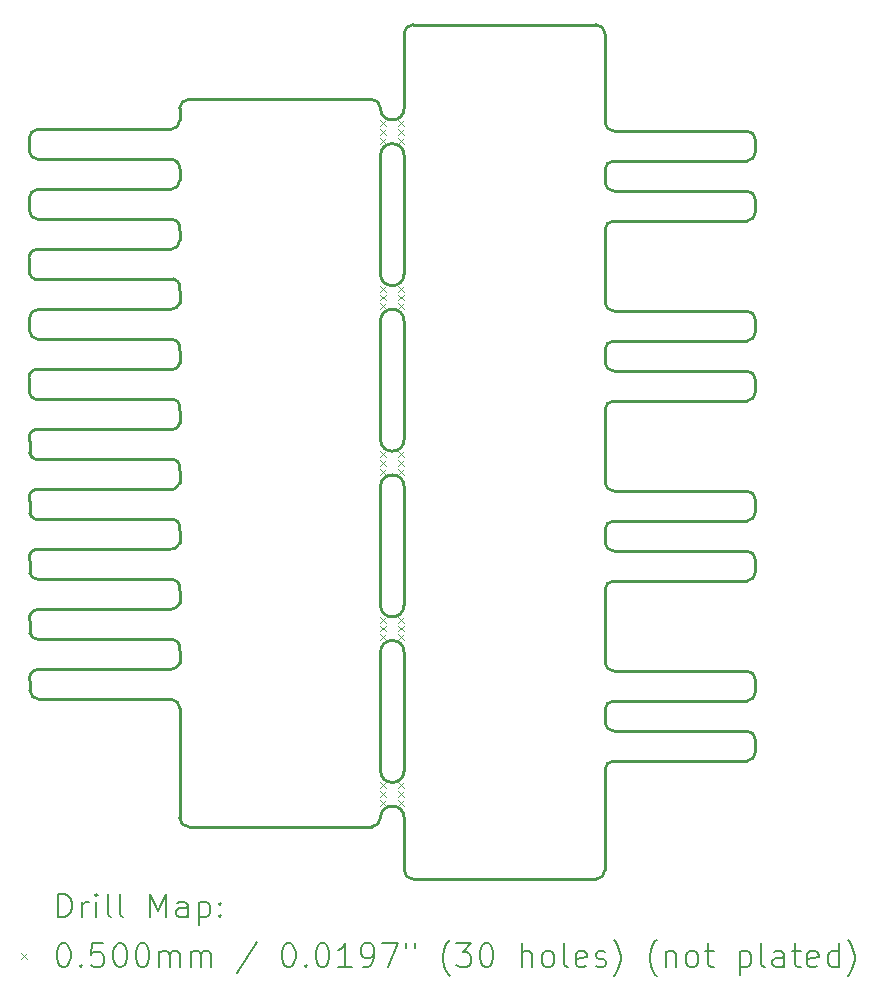
<source format=gbr>
%TF.GenerationSoftware,KiCad,Pcbnew,7.0.10*%
%TF.CreationDate,2024-07-22T21:05:39-04:00*%
%TF.ProjectId,12.X.1 - PLC Connector Combined,31322e58-2e31-4202-9d20-504c4320436f,rev?*%
%TF.SameCoordinates,Original*%
%TF.FileFunction,Drillmap*%
%TF.FilePolarity,Positive*%
%FSLAX45Y45*%
G04 Gerber Fmt 4.5, Leading zero omitted, Abs format (unit mm)*
G04 Created by KiCad (PCBNEW 7.0.10) date 2024-07-22 21:05:39*
%MOMM*%
%LPD*%
G01*
G04 APERTURE LIST*
%ADD10C,0.250000*%
%ADD11C,0.200000*%
%ADD12C,0.100000*%
G04 APERTURE END LIST*
D10*
X12005000Y-12184301D02*
X13130000Y-12184301D01*
X13205000Y-12259301D02*
G75*
G03*
X13130000Y-12184301I-75000J0D01*
G01*
X13205000Y-12259301D02*
X13205000Y-12363301D01*
X13130000Y-12438301D02*
G75*
G03*
X13205000Y-12363301I0J75000D01*
G01*
X13130000Y-12438301D02*
X12005000Y-12438301D01*
X12005000Y-12438301D02*
G75*
G03*
X11930000Y-12513301I0J-75000D01*
G01*
X11930000Y-12513301D02*
X11930000Y-13363301D01*
X11855000Y-13438301D02*
G75*
G03*
X11930000Y-13363301I0J75000D01*
G01*
X11855000Y-13438301D02*
X10305000Y-13438301D01*
X10230000Y-13363301D02*
G75*
G03*
X10305000Y-13438301I75000J0D01*
G01*
X10230000Y-13363301D02*
X10230000Y-12920000D01*
X10230000Y-12920000D02*
G75*
G03*
X10030000Y-12920000I-100000J0D01*
G01*
X9955000Y-12995001D02*
G75*
G03*
X10030000Y-12920000I0J75000D01*
G01*
X9955000Y-12995000D02*
X8405000Y-12995000D01*
X8330001Y-12920000D02*
G75*
G03*
X8405000Y-12995000I74999J-1D01*
G01*
X8330000Y-12920000D02*
X8330000Y-11990882D01*
X8329999Y-11990882D02*
G75*
G03*
X8262418Y-11916250I-74999J1D01*
G01*
X8262418Y-11916250D02*
X7137336Y-11916250D01*
X7062341Y-11841369D02*
G75*
G03*
X7137336Y-11916250I74999J118D01*
G01*
X7062336Y-11841369D02*
X7062207Y-11760122D01*
X7129999Y-11662493D02*
G75*
G03*
X7062207Y-11760122I3681J-74907D01*
G01*
X7129998Y-11662488D02*
X8254998Y-11662488D01*
X8254998Y-11662490D02*
G75*
G03*
X8330000Y-11608513I2992J74939D01*
G01*
X8330000Y-11608513D02*
X8330000Y-11504513D01*
X8330000Y-11504513D02*
G75*
G03*
X8254998Y-11408250I-71904J21327D01*
G01*
X8254998Y-11408250D02*
X7129998Y-11408250D01*
X7061564Y-11356123D02*
G75*
G03*
X7129998Y-11408250I71446J22813D01*
G01*
X7061566Y-11356123D02*
X7061401Y-11252123D01*
X7129998Y-11154482D02*
G75*
G03*
X7061401Y-11252123I2892J-74948D01*
G01*
X7129998Y-11154488D02*
X8254998Y-11154488D01*
X8254998Y-11154490D02*
G75*
G03*
X8330000Y-11100513I2992J74939D01*
G01*
X8330000Y-11100513D02*
X8330000Y-10996513D01*
X8330000Y-10996513D02*
G75*
G03*
X8254998Y-10900250I-71904J21327D01*
G01*
X8254998Y-10900250D02*
X7129998Y-10900250D01*
X7060762Y-10848123D02*
G75*
G03*
X7129998Y-10900250I71438J22842D01*
G01*
X7060760Y-10848124D02*
X7060595Y-10744124D01*
X7111277Y-10646493D02*
G75*
G03*
X7060595Y-10744124I19913J-72308D01*
G01*
X7111276Y-10646488D02*
X8236358Y-10646488D01*
X8236359Y-10646484D02*
G75*
G03*
X8330000Y-10592513I20851J72043D01*
G01*
X8330000Y-10592513D02*
X8330000Y-10488513D01*
X8330000Y-10488513D02*
G75*
G03*
X8235942Y-10392250I-70715J24988D01*
G01*
X8235942Y-10392250D02*
X7110860Y-10392250D01*
X7059954Y-10340124D02*
G75*
G03*
X7110860Y-10392250I72356J19744D01*
G01*
X7059954Y-10340124D02*
X7059789Y-10236125D01*
X7110472Y-10138496D02*
G75*
G03*
X7059789Y-10236125I19908J-72305D01*
G01*
X7110470Y-10138488D02*
X8235552Y-10138488D01*
X8235550Y-10138496D02*
G75*
G03*
X8330000Y-10084513I21600J71825D01*
G01*
X8330000Y-10084513D02*
X8330000Y-9980513D01*
X8329998Y-9980512D02*
G75*
G03*
X8235136Y-9884250I-70608J25291D01*
G01*
X8235136Y-9884250D02*
X7110054Y-9884250D01*
X7059145Y-9832126D02*
G75*
G03*
X7110054Y-9884250I72355J19745D01*
G01*
X7059148Y-9832125D02*
X7058983Y-9728125D01*
X7109665Y-9630491D02*
G75*
G03*
X7058983Y-9728125I19915J-72309D01*
G01*
X7109664Y-9630488D02*
X8234746Y-9630488D01*
X8234746Y-9630489D02*
G75*
G03*
X8330000Y-9576513I22354J71588D01*
G01*
X8330000Y-9576513D02*
X8330000Y-9472513D01*
X8330000Y-9472513D02*
G75*
G03*
X8234331Y-9376250I-70490J25616D01*
G01*
X8234331Y-9376250D02*
X7109248Y-9376250D01*
X7058343Y-9324125D02*
G75*
G03*
X7109248Y-9376250I72357J19745D01*
G01*
X7058342Y-9324126D02*
X7058177Y-9220126D01*
X7108860Y-9122494D02*
G75*
G03*
X7058177Y-9220126I19910J-72307D01*
G01*
X7108858Y-9122488D02*
X8233940Y-9122488D01*
X8233941Y-9122487D02*
G75*
G03*
X8330000Y-9068513I23099J71356D01*
G01*
X8330000Y-9068513D02*
X8330000Y-8964513D01*
X8330005Y-8964515D02*
G75*
G03*
X8257582Y-8868250I-71925J21264D01*
G01*
X8257582Y-8868250D02*
X7132500Y-8868250D01*
X7057501Y-8793369D02*
G75*
G03*
X7132500Y-8868250I74999J118D01*
G01*
X7057500Y-8793369D02*
X7057335Y-8689607D01*
X7132335Y-8614486D02*
G75*
G03*
X7057336Y-8689607I5J-75005D01*
G01*
X7132335Y-8614488D02*
X8257418Y-8614488D01*
X8257418Y-8614485D02*
G75*
G03*
X8330000Y-8560513I592J74994D01*
G01*
X8330000Y-8560513D02*
X8330000Y-8456513D01*
X8330002Y-8456514D02*
G75*
G03*
X8232720Y-8360250I-70232J26313D01*
G01*
X8232720Y-8360250D02*
X7107638Y-8360250D01*
X7056727Y-8308128D02*
G75*
G03*
X7107638Y-8360250I72353J19747D01*
G01*
X7056730Y-8308127D02*
X7056565Y-8204127D01*
X7129918Y-8106482D02*
G75*
G03*
X7056565Y-8204127I-1858J-74979D01*
G01*
X7129918Y-8106488D02*
X8255000Y-8106488D01*
X8255000Y-8106491D02*
G75*
G03*
X8330000Y-8031488I0J75000D01*
G01*
X8330000Y-8031488D02*
X8330000Y-7948513D01*
X8330005Y-7948514D02*
G75*
G03*
X8255971Y-7852250I-71915J21294D01*
G01*
X8255971Y-7852250D02*
X7130888Y-7852250D01*
X7055891Y-7777369D02*
G75*
G03*
X7130888Y-7852250I74999J118D01*
G01*
X7055888Y-7777369D02*
X7055726Y-7675128D01*
X7129917Y-7598483D02*
G75*
G03*
X7055726Y-7675128I793J-74998D01*
G01*
X7129918Y-7598488D02*
X8255000Y-7598488D01*
X8255000Y-7598491D02*
G75*
G03*
X8330000Y-7523488I0J75000D01*
G01*
X8330000Y-7523488D02*
X8330000Y-7424216D01*
X8329996Y-7424216D02*
G75*
G03*
X8255165Y-7344250I-74837J4965D01*
G01*
X8255165Y-7344250D02*
X7130082Y-7344250D01*
X7055081Y-7269369D02*
G75*
G03*
X7130082Y-7344250I74999J118D01*
G01*
X7055082Y-7269369D02*
X7054918Y-7165607D01*
X7129918Y-7090488D02*
G75*
G03*
X7054918Y-7165607I2J-75002D01*
G01*
X7129918Y-7090488D02*
X8255000Y-7090488D01*
X8255000Y-7090491D02*
G75*
G03*
X8330000Y-7015488I0J75000D01*
G01*
X8330000Y-7015488D02*
X8330000Y-6911513D01*
X8405000Y-6836511D02*
G75*
G03*
X8330000Y-6911513I0J-75000D01*
G01*
X8405000Y-6836513D02*
X9955000Y-6836513D01*
X10029997Y-6911513D02*
G75*
G03*
X9955000Y-6836513I-74997J2D01*
G01*
X10030000Y-6911513D02*
G75*
G03*
X10230000Y-6911513I100000J0D01*
G01*
X10230000Y-6911513D02*
X10230000Y-6275722D01*
X10304915Y-6204305D02*
G75*
G03*
X10230000Y-6275722I-5J-74995D01*
G01*
X10304915Y-6204301D02*
X11855000Y-6204301D01*
X11930000Y-6279301D02*
G75*
G03*
X11855000Y-6204301I-75000J0D01*
G01*
X11930000Y-6279301D02*
X11930000Y-7029301D01*
X11930000Y-7029301D02*
G75*
G03*
X12005000Y-7104301I75000J0D01*
G01*
X12005000Y-7104301D02*
X13130000Y-7104301D01*
X13205000Y-7179301D02*
G75*
G03*
X13130000Y-7104301I-75000J0D01*
G01*
X13205000Y-7179301D02*
X13205000Y-7283301D01*
X13130000Y-7358301D02*
G75*
G03*
X13205000Y-7283301I0J75000D01*
G01*
X13130000Y-7358301D02*
X12005000Y-7358301D01*
X12005000Y-7358301D02*
G75*
G03*
X11930000Y-7433301I0J-75000D01*
G01*
X11930000Y-7433301D02*
X11930000Y-7537301D01*
X11930000Y-7537301D02*
G75*
G03*
X12005000Y-7612301I75000J0D01*
G01*
X12005000Y-7612301D02*
X13130000Y-7612301D01*
X13205000Y-7687301D02*
G75*
G03*
X13130000Y-7612301I-75000J0D01*
G01*
X13205000Y-7687301D02*
X13205000Y-7791301D01*
X13130000Y-7866301D02*
G75*
G03*
X13205000Y-7791301I0J75000D01*
G01*
X13130000Y-7866301D02*
X12005000Y-7866301D01*
X12005000Y-7866301D02*
G75*
G03*
X11930000Y-7941301I0J-75000D01*
G01*
X11930000Y-7941301D02*
X11930000Y-8553301D01*
X11930000Y-8553301D02*
G75*
G03*
X12005000Y-8628301I75000J0D01*
G01*
X12005000Y-8628301D02*
X13130000Y-8628301D01*
X13205000Y-8703301D02*
G75*
G03*
X13130000Y-8628301I-75000J0D01*
G01*
X13205000Y-8703301D02*
X13205000Y-8807301D01*
X13130000Y-8882301D02*
G75*
G03*
X13205000Y-8807301I0J75000D01*
G01*
X13130000Y-8882301D02*
X12005000Y-8882301D01*
X12005000Y-8882301D02*
G75*
G03*
X11930000Y-8957301I0J-75000D01*
G01*
X11930000Y-8957301D02*
X11930000Y-9061301D01*
X11930000Y-9061301D02*
G75*
G03*
X12005000Y-9136301I75000J0D01*
G01*
X12005000Y-9136301D02*
X13130000Y-9136301D01*
X13205000Y-9211301D02*
G75*
G03*
X13130000Y-9136301I-75000J0D01*
G01*
X13205000Y-9211301D02*
X13205000Y-9315301D01*
X13130000Y-9390301D02*
G75*
G03*
X13205000Y-9315301I0J75000D01*
G01*
X13130000Y-9390301D02*
X12005000Y-9390301D01*
X12005000Y-9390301D02*
G75*
G03*
X11930000Y-9465301I0J-75000D01*
G01*
X11930000Y-9465301D02*
X11930000Y-10077301D01*
X11930000Y-10077301D02*
G75*
G03*
X12005000Y-10152301I75000J0D01*
G01*
X12005000Y-10152301D02*
X13130000Y-10152301D01*
X13205000Y-10227301D02*
G75*
G03*
X13130000Y-10152301I-75000J0D01*
G01*
X13205000Y-10227301D02*
X13205000Y-10331301D01*
X13130000Y-10406301D02*
G75*
G03*
X13205000Y-10331301I0J75000D01*
G01*
X13130000Y-10406301D02*
X12005000Y-10406301D01*
X12005000Y-10406301D02*
G75*
G03*
X11930000Y-10481301I0J-75000D01*
G01*
X11930000Y-10481301D02*
X11930000Y-10585301D01*
X11930000Y-10585301D02*
G75*
G03*
X12005000Y-10660301I75000J0D01*
G01*
X12005000Y-10660301D02*
X13130000Y-10660301D01*
X13205000Y-10735301D02*
G75*
G03*
X13130000Y-10660301I-75000J0D01*
G01*
X13205000Y-10735301D02*
X13205000Y-10839301D01*
X13130000Y-10914301D02*
G75*
G03*
X13205000Y-10839301I0J75000D01*
G01*
X13130000Y-10914301D02*
X12005000Y-10914301D01*
X12005000Y-10914301D02*
G75*
G03*
X11930000Y-10989301I0J-75000D01*
G01*
X11930000Y-10989301D02*
X11930000Y-11601301D01*
X11930000Y-11601301D02*
G75*
G03*
X12005000Y-11676301I75000J0D01*
G01*
X12005000Y-11676301D02*
X13130000Y-11676301D01*
X13205000Y-11751301D02*
G75*
G03*
X13130000Y-11676301I-75000J0D01*
G01*
X13205000Y-11751301D02*
X13205000Y-11855301D01*
X13130000Y-11930301D02*
G75*
G03*
X13205000Y-11855301I0J75000D01*
G01*
X13130000Y-11930301D02*
X12005000Y-11930301D01*
X12005000Y-11930301D02*
G75*
G03*
X11930000Y-12005301I0J-75000D01*
G01*
X11930000Y-12005301D02*
X11930000Y-12109301D01*
X11930000Y-12109301D02*
G75*
G03*
X12005000Y-12184301I75000J0D01*
G01*
X10230000Y-11518000D02*
G75*
G03*
X10030000Y-11518000I-100000J0D01*
G01*
X10030000Y-11518000D02*
X10030000Y-12520000D01*
X10030000Y-12520000D02*
G75*
G03*
X10230000Y-12520000I100000J0D01*
G01*
X10230000Y-12520000D02*
X10230000Y-11518000D01*
X10230000Y-10116000D02*
G75*
G03*
X10030000Y-10116000I-100000J0D01*
G01*
X10030000Y-10116000D02*
X10030000Y-11118000D01*
X10030000Y-11118000D02*
G75*
G03*
X10230000Y-11118000I100000J0D01*
G01*
X10230000Y-11118000D02*
X10230000Y-10116000D01*
X10030000Y-9715513D02*
G75*
G03*
X10230000Y-9715513I100000J0D01*
G01*
X10230000Y-9715513D02*
X10230000Y-8713513D01*
X10230000Y-8713513D02*
G75*
G03*
X10030000Y-8713513I-100000J0D01*
G01*
X10030000Y-8713513D02*
X10030000Y-9715513D01*
X10030000Y-8313513D02*
G75*
G03*
X10230000Y-8313513I100000J0D01*
G01*
X10230000Y-8313513D02*
X10230000Y-7311513D01*
X10230000Y-7311513D02*
G75*
G03*
X10030000Y-7311513I-100000J0D01*
G01*
X10030000Y-7311513D02*
X10030000Y-8313513D01*
D11*
D12*
X10029000Y-7011000D02*
X10079000Y-7061000D01*
X10079000Y-7011000D02*
X10029000Y-7061000D01*
X10029000Y-7086000D02*
X10079000Y-7136000D01*
X10079000Y-7086000D02*
X10029000Y-7136000D01*
X10029000Y-7161000D02*
X10079000Y-7211000D01*
X10079000Y-7161000D02*
X10029000Y-7211000D01*
X10030000Y-8414000D02*
X10080000Y-8464000D01*
X10080000Y-8414000D02*
X10030000Y-8464000D01*
X10030000Y-8489000D02*
X10080000Y-8539000D01*
X10080000Y-8489000D02*
X10030000Y-8539000D01*
X10030000Y-8564000D02*
X10080000Y-8614000D01*
X10080000Y-8564000D02*
X10030000Y-8614000D01*
X10030000Y-9816000D02*
X10080000Y-9866000D01*
X10080000Y-9816000D02*
X10030000Y-9866000D01*
X10030000Y-9891000D02*
X10080000Y-9941000D01*
X10080000Y-9891000D02*
X10030000Y-9941000D01*
X10030000Y-9966000D02*
X10080000Y-10016000D01*
X10080000Y-9966000D02*
X10030000Y-10016000D01*
X10030000Y-11217000D02*
X10080000Y-11267000D01*
X10080000Y-11217000D02*
X10030000Y-11267000D01*
X10030000Y-11292000D02*
X10080000Y-11342000D01*
X10080000Y-11292000D02*
X10030000Y-11342000D01*
X10030000Y-11367000D02*
X10080000Y-11417000D01*
X10080000Y-11367000D02*
X10030000Y-11417000D01*
X10030000Y-12620000D02*
X10080000Y-12670000D01*
X10080000Y-12620000D02*
X10030000Y-12670000D01*
X10030000Y-12695000D02*
X10080000Y-12745000D01*
X10080000Y-12695000D02*
X10030000Y-12745000D01*
X10030000Y-12770000D02*
X10080000Y-12820000D01*
X10080000Y-12770000D02*
X10030000Y-12820000D01*
X10179000Y-7011000D02*
X10229000Y-7061000D01*
X10229000Y-7011000D02*
X10179000Y-7061000D01*
X10179000Y-7086000D02*
X10229000Y-7136000D01*
X10229000Y-7086000D02*
X10179000Y-7136000D01*
X10179000Y-7161000D02*
X10229000Y-7211000D01*
X10229000Y-7161000D02*
X10179000Y-7211000D01*
X10180000Y-8414000D02*
X10230000Y-8464000D01*
X10230000Y-8414000D02*
X10180000Y-8464000D01*
X10180000Y-8489000D02*
X10230000Y-8539000D01*
X10230000Y-8489000D02*
X10180000Y-8539000D01*
X10180000Y-8564000D02*
X10230000Y-8614000D01*
X10230000Y-8564000D02*
X10180000Y-8614000D01*
X10180000Y-9816000D02*
X10230000Y-9866000D01*
X10230000Y-9816000D02*
X10180000Y-9866000D01*
X10180000Y-9891000D02*
X10230000Y-9941000D01*
X10230000Y-9891000D02*
X10180000Y-9941000D01*
X10180000Y-9966000D02*
X10230000Y-10016000D01*
X10230000Y-9966000D02*
X10180000Y-10016000D01*
X10180000Y-11217000D02*
X10230000Y-11267000D01*
X10230000Y-11217000D02*
X10180000Y-11267000D01*
X10180000Y-11292000D02*
X10230000Y-11342000D01*
X10230000Y-11292000D02*
X10180000Y-11342000D01*
X10180000Y-11367000D02*
X10230000Y-11417000D01*
X10230000Y-11367000D02*
X10180000Y-11417000D01*
X10180000Y-12620000D02*
X10230000Y-12670000D01*
X10230000Y-12620000D02*
X10180000Y-12670000D01*
X10180000Y-12695000D02*
X10230000Y-12745000D01*
X10230000Y-12695000D02*
X10180000Y-12745000D01*
X10180000Y-12770000D02*
X10230000Y-12820000D01*
X10230000Y-12770000D02*
X10180000Y-12820000D01*
D11*
X7301335Y-13762284D02*
X7301335Y-13562284D01*
X7301335Y-13562284D02*
X7348954Y-13562284D01*
X7348954Y-13562284D02*
X7377526Y-13571808D01*
X7377526Y-13571808D02*
X7396573Y-13590856D01*
X7396573Y-13590856D02*
X7406097Y-13609903D01*
X7406097Y-13609903D02*
X7415621Y-13647999D01*
X7415621Y-13647999D02*
X7415621Y-13676570D01*
X7415621Y-13676570D02*
X7406097Y-13714665D01*
X7406097Y-13714665D02*
X7396573Y-13733713D01*
X7396573Y-13733713D02*
X7377526Y-13752761D01*
X7377526Y-13752761D02*
X7348954Y-13762284D01*
X7348954Y-13762284D02*
X7301335Y-13762284D01*
X7501335Y-13762284D02*
X7501335Y-13628951D01*
X7501335Y-13667046D02*
X7510859Y-13647999D01*
X7510859Y-13647999D02*
X7520383Y-13638475D01*
X7520383Y-13638475D02*
X7539430Y-13628951D01*
X7539430Y-13628951D02*
X7558478Y-13628951D01*
X7625145Y-13762284D02*
X7625145Y-13628951D01*
X7625145Y-13562284D02*
X7615621Y-13571808D01*
X7615621Y-13571808D02*
X7625145Y-13581332D01*
X7625145Y-13581332D02*
X7634668Y-13571808D01*
X7634668Y-13571808D02*
X7625145Y-13562284D01*
X7625145Y-13562284D02*
X7625145Y-13581332D01*
X7748954Y-13762284D02*
X7729906Y-13752761D01*
X7729906Y-13752761D02*
X7720383Y-13733713D01*
X7720383Y-13733713D02*
X7720383Y-13562284D01*
X7853716Y-13762284D02*
X7834668Y-13752761D01*
X7834668Y-13752761D02*
X7825145Y-13733713D01*
X7825145Y-13733713D02*
X7825145Y-13562284D01*
X8082287Y-13762284D02*
X8082287Y-13562284D01*
X8082287Y-13562284D02*
X8148954Y-13705142D01*
X8148954Y-13705142D02*
X8215621Y-13562284D01*
X8215621Y-13562284D02*
X8215621Y-13762284D01*
X8396573Y-13762284D02*
X8396573Y-13657523D01*
X8396573Y-13657523D02*
X8387049Y-13638475D01*
X8387049Y-13638475D02*
X8368002Y-13628951D01*
X8368002Y-13628951D02*
X8329906Y-13628951D01*
X8329906Y-13628951D02*
X8310859Y-13638475D01*
X8396573Y-13752761D02*
X8377526Y-13762284D01*
X8377526Y-13762284D02*
X8329906Y-13762284D01*
X8329906Y-13762284D02*
X8310859Y-13752761D01*
X8310859Y-13752761D02*
X8301335Y-13733713D01*
X8301335Y-13733713D02*
X8301335Y-13714665D01*
X8301335Y-13714665D02*
X8310859Y-13695618D01*
X8310859Y-13695618D02*
X8329906Y-13686094D01*
X8329906Y-13686094D02*
X8377526Y-13686094D01*
X8377526Y-13686094D02*
X8396573Y-13676570D01*
X8491811Y-13628951D02*
X8491811Y-13828951D01*
X8491811Y-13638475D02*
X8510859Y-13628951D01*
X8510859Y-13628951D02*
X8548954Y-13628951D01*
X8548954Y-13628951D02*
X8568002Y-13638475D01*
X8568002Y-13638475D02*
X8577526Y-13647999D01*
X8577526Y-13647999D02*
X8587049Y-13667046D01*
X8587049Y-13667046D02*
X8587049Y-13724189D01*
X8587049Y-13724189D02*
X8577526Y-13743237D01*
X8577526Y-13743237D02*
X8568002Y-13752761D01*
X8568002Y-13752761D02*
X8548954Y-13762284D01*
X8548954Y-13762284D02*
X8510859Y-13762284D01*
X8510859Y-13762284D02*
X8491811Y-13752761D01*
X8672764Y-13743237D02*
X8682288Y-13752761D01*
X8682288Y-13752761D02*
X8672764Y-13762284D01*
X8672764Y-13762284D02*
X8663240Y-13752761D01*
X8663240Y-13752761D02*
X8672764Y-13743237D01*
X8672764Y-13743237D02*
X8672764Y-13762284D01*
X8672764Y-13638475D02*
X8682288Y-13647999D01*
X8682288Y-13647999D02*
X8672764Y-13657523D01*
X8672764Y-13657523D02*
X8663240Y-13647999D01*
X8663240Y-13647999D02*
X8672764Y-13638475D01*
X8672764Y-13638475D02*
X8672764Y-13657523D01*
D12*
X6990558Y-14065801D02*
X7040558Y-14115801D01*
X7040558Y-14065801D02*
X6990558Y-14115801D01*
D11*
X7339430Y-13982284D02*
X7358478Y-13982284D01*
X7358478Y-13982284D02*
X7377526Y-13991808D01*
X7377526Y-13991808D02*
X7387049Y-14001332D01*
X7387049Y-14001332D02*
X7396573Y-14020380D01*
X7396573Y-14020380D02*
X7406097Y-14058475D01*
X7406097Y-14058475D02*
X7406097Y-14106094D01*
X7406097Y-14106094D02*
X7396573Y-14144189D01*
X7396573Y-14144189D02*
X7387049Y-14163237D01*
X7387049Y-14163237D02*
X7377526Y-14172761D01*
X7377526Y-14172761D02*
X7358478Y-14182284D01*
X7358478Y-14182284D02*
X7339430Y-14182284D01*
X7339430Y-14182284D02*
X7320383Y-14172761D01*
X7320383Y-14172761D02*
X7310859Y-14163237D01*
X7310859Y-14163237D02*
X7301335Y-14144189D01*
X7301335Y-14144189D02*
X7291811Y-14106094D01*
X7291811Y-14106094D02*
X7291811Y-14058475D01*
X7291811Y-14058475D02*
X7301335Y-14020380D01*
X7301335Y-14020380D02*
X7310859Y-14001332D01*
X7310859Y-14001332D02*
X7320383Y-13991808D01*
X7320383Y-13991808D02*
X7339430Y-13982284D01*
X7491811Y-14163237D02*
X7501335Y-14172761D01*
X7501335Y-14172761D02*
X7491811Y-14182284D01*
X7491811Y-14182284D02*
X7482287Y-14172761D01*
X7482287Y-14172761D02*
X7491811Y-14163237D01*
X7491811Y-14163237D02*
X7491811Y-14182284D01*
X7682287Y-13982284D02*
X7587049Y-13982284D01*
X7587049Y-13982284D02*
X7577526Y-14077523D01*
X7577526Y-14077523D02*
X7587049Y-14067999D01*
X7587049Y-14067999D02*
X7606097Y-14058475D01*
X7606097Y-14058475D02*
X7653716Y-14058475D01*
X7653716Y-14058475D02*
X7672764Y-14067999D01*
X7672764Y-14067999D02*
X7682287Y-14077523D01*
X7682287Y-14077523D02*
X7691811Y-14096570D01*
X7691811Y-14096570D02*
X7691811Y-14144189D01*
X7691811Y-14144189D02*
X7682287Y-14163237D01*
X7682287Y-14163237D02*
X7672764Y-14172761D01*
X7672764Y-14172761D02*
X7653716Y-14182284D01*
X7653716Y-14182284D02*
X7606097Y-14182284D01*
X7606097Y-14182284D02*
X7587049Y-14172761D01*
X7587049Y-14172761D02*
X7577526Y-14163237D01*
X7815621Y-13982284D02*
X7834668Y-13982284D01*
X7834668Y-13982284D02*
X7853716Y-13991808D01*
X7853716Y-13991808D02*
X7863240Y-14001332D01*
X7863240Y-14001332D02*
X7872764Y-14020380D01*
X7872764Y-14020380D02*
X7882287Y-14058475D01*
X7882287Y-14058475D02*
X7882287Y-14106094D01*
X7882287Y-14106094D02*
X7872764Y-14144189D01*
X7872764Y-14144189D02*
X7863240Y-14163237D01*
X7863240Y-14163237D02*
X7853716Y-14172761D01*
X7853716Y-14172761D02*
X7834668Y-14182284D01*
X7834668Y-14182284D02*
X7815621Y-14182284D01*
X7815621Y-14182284D02*
X7796573Y-14172761D01*
X7796573Y-14172761D02*
X7787049Y-14163237D01*
X7787049Y-14163237D02*
X7777526Y-14144189D01*
X7777526Y-14144189D02*
X7768002Y-14106094D01*
X7768002Y-14106094D02*
X7768002Y-14058475D01*
X7768002Y-14058475D02*
X7777526Y-14020380D01*
X7777526Y-14020380D02*
X7787049Y-14001332D01*
X7787049Y-14001332D02*
X7796573Y-13991808D01*
X7796573Y-13991808D02*
X7815621Y-13982284D01*
X8006097Y-13982284D02*
X8025145Y-13982284D01*
X8025145Y-13982284D02*
X8044192Y-13991808D01*
X8044192Y-13991808D02*
X8053716Y-14001332D01*
X8053716Y-14001332D02*
X8063240Y-14020380D01*
X8063240Y-14020380D02*
X8072764Y-14058475D01*
X8072764Y-14058475D02*
X8072764Y-14106094D01*
X8072764Y-14106094D02*
X8063240Y-14144189D01*
X8063240Y-14144189D02*
X8053716Y-14163237D01*
X8053716Y-14163237D02*
X8044192Y-14172761D01*
X8044192Y-14172761D02*
X8025145Y-14182284D01*
X8025145Y-14182284D02*
X8006097Y-14182284D01*
X8006097Y-14182284D02*
X7987049Y-14172761D01*
X7987049Y-14172761D02*
X7977526Y-14163237D01*
X7977526Y-14163237D02*
X7968002Y-14144189D01*
X7968002Y-14144189D02*
X7958478Y-14106094D01*
X7958478Y-14106094D02*
X7958478Y-14058475D01*
X7958478Y-14058475D02*
X7968002Y-14020380D01*
X7968002Y-14020380D02*
X7977526Y-14001332D01*
X7977526Y-14001332D02*
X7987049Y-13991808D01*
X7987049Y-13991808D02*
X8006097Y-13982284D01*
X8158478Y-14182284D02*
X8158478Y-14048951D01*
X8158478Y-14067999D02*
X8168002Y-14058475D01*
X8168002Y-14058475D02*
X8187049Y-14048951D01*
X8187049Y-14048951D02*
X8215621Y-14048951D01*
X8215621Y-14048951D02*
X8234668Y-14058475D01*
X8234668Y-14058475D02*
X8244192Y-14077523D01*
X8244192Y-14077523D02*
X8244192Y-14182284D01*
X8244192Y-14077523D02*
X8253716Y-14058475D01*
X8253716Y-14058475D02*
X8272764Y-14048951D01*
X8272764Y-14048951D02*
X8301335Y-14048951D01*
X8301335Y-14048951D02*
X8320383Y-14058475D01*
X8320383Y-14058475D02*
X8329907Y-14077523D01*
X8329907Y-14077523D02*
X8329907Y-14182284D01*
X8425145Y-14182284D02*
X8425145Y-14048951D01*
X8425145Y-14067999D02*
X8434669Y-14058475D01*
X8434669Y-14058475D02*
X8453716Y-14048951D01*
X8453716Y-14048951D02*
X8482288Y-14048951D01*
X8482288Y-14048951D02*
X8501335Y-14058475D01*
X8501335Y-14058475D02*
X8510859Y-14077523D01*
X8510859Y-14077523D02*
X8510859Y-14182284D01*
X8510859Y-14077523D02*
X8520383Y-14058475D01*
X8520383Y-14058475D02*
X8539430Y-14048951D01*
X8539430Y-14048951D02*
X8568002Y-14048951D01*
X8568002Y-14048951D02*
X8587050Y-14058475D01*
X8587050Y-14058475D02*
X8596573Y-14077523D01*
X8596573Y-14077523D02*
X8596573Y-14182284D01*
X8987050Y-13972761D02*
X8815621Y-14229903D01*
X9244192Y-13982284D02*
X9263240Y-13982284D01*
X9263240Y-13982284D02*
X9282288Y-13991808D01*
X9282288Y-13991808D02*
X9291812Y-14001332D01*
X9291812Y-14001332D02*
X9301335Y-14020380D01*
X9301335Y-14020380D02*
X9310859Y-14058475D01*
X9310859Y-14058475D02*
X9310859Y-14106094D01*
X9310859Y-14106094D02*
X9301335Y-14144189D01*
X9301335Y-14144189D02*
X9291812Y-14163237D01*
X9291812Y-14163237D02*
X9282288Y-14172761D01*
X9282288Y-14172761D02*
X9263240Y-14182284D01*
X9263240Y-14182284D02*
X9244192Y-14182284D01*
X9244192Y-14182284D02*
X9225145Y-14172761D01*
X9225145Y-14172761D02*
X9215621Y-14163237D01*
X9215621Y-14163237D02*
X9206097Y-14144189D01*
X9206097Y-14144189D02*
X9196573Y-14106094D01*
X9196573Y-14106094D02*
X9196573Y-14058475D01*
X9196573Y-14058475D02*
X9206097Y-14020380D01*
X9206097Y-14020380D02*
X9215621Y-14001332D01*
X9215621Y-14001332D02*
X9225145Y-13991808D01*
X9225145Y-13991808D02*
X9244192Y-13982284D01*
X9396573Y-14163237D02*
X9406097Y-14172761D01*
X9406097Y-14172761D02*
X9396573Y-14182284D01*
X9396573Y-14182284D02*
X9387050Y-14172761D01*
X9387050Y-14172761D02*
X9396573Y-14163237D01*
X9396573Y-14163237D02*
X9396573Y-14182284D01*
X9529907Y-13982284D02*
X9548954Y-13982284D01*
X9548954Y-13982284D02*
X9568002Y-13991808D01*
X9568002Y-13991808D02*
X9577526Y-14001332D01*
X9577526Y-14001332D02*
X9587050Y-14020380D01*
X9587050Y-14020380D02*
X9596573Y-14058475D01*
X9596573Y-14058475D02*
X9596573Y-14106094D01*
X9596573Y-14106094D02*
X9587050Y-14144189D01*
X9587050Y-14144189D02*
X9577526Y-14163237D01*
X9577526Y-14163237D02*
X9568002Y-14172761D01*
X9568002Y-14172761D02*
X9548954Y-14182284D01*
X9548954Y-14182284D02*
X9529907Y-14182284D01*
X9529907Y-14182284D02*
X9510859Y-14172761D01*
X9510859Y-14172761D02*
X9501335Y-14163237D01*
X9501335Y-14163237D02*
X9491812Y-14144189D01*
X9491812Y-14144189D02*
X9482288Y-14106094D01*
X9482288Y-14106094D02*
X9482288Y-14058475D01*
X9482288Y-14058475D02*
X9491812Y-14020380D01*
X9491812Y-14020380D02*
X9501335Y-14001332D01*
X9501335Y-14001332D02*
X9510859Y-13991808D01*
X9510859Y-13991808D02*
X9529907Y-13982284D01*
X9787050Y-14182284D02*
X9672764Y-14182284D01*
X9729907Y-14182284D02*
X9729907Y-13982284D01*
X9729907Y-13982284D02*
X9710859Y-14010856D01*
X9710859Y-14010856D02*
X9691812Y-14029903D01*
X9691812Y-14029903D02*
X9672764Y-14039427D01*
X9882288Y-14182284D02*
X9920383Y-14182284D01*
X9920383Y-14182284D02*
X9939431Y-14172761D01*
X9939431Y-14172761D02*
X9948954Y-14163237D01*
X9948954Y-14163237D02*
X9968002Y-14134665D01*
X9968002Y-14134665D02*
X9977526Y-14096570D01*
X9977526Y-14096570D02*
X9977526Y-14020380D01*
X9977526Y-14020380D02*
X9968002Y-14001332D01*
X9968002Y-14001332D02*
X9958478Y-13991808D01*
X9958478Y-13991808D02*
X9939431Y-13982284D01*
X9939431Y-13982284D02*
X9901335Y-13982284D01*
X9901335Y-13982284D02*
X9882288Y-13991808D01*
X9882288Y-13991808D02*
X9872764Y-14001332D01*
X9872764Y-14001332D02*
X9863240Y-14020380D01*
X9863240Y-14020380D02*
X9863240Y-14067999D01*
X9863240Y-14067999D02*
X9872764Y-14087046D01*
X9872764Y-14087046D02*
X9882288Y-14096570D01*
X9882288Y-14096570D02*
X9901335Y-14106094D01*
X9901335Y-14106094D02*
X9939431Y-14106094D01*
X9939431Y-14106094D02*
X9958478Y-14096570D01*
X9958478Y-14096570D02*
X9968002Y-14087046D01*
X9968002Y-14087046D02*
X9977526Y-14067999D01*
X10044193Y-13982284D02*
X10177526Y-13982284D01*
X10177526Y-13982284D02*
X10091812Y-14182284D01*
X10244193Y-13982284D02*
X10244193Y-14020380D01*
X10320383Y-13982284D02*
X10320383Y-14020380D01*
X10615621Y-14258475D02*
X10606097Y-14248951D01*
X10606097Y-14248951D02*
X10587050Y-14220380D01*
X10587050Y-14220380D02*
X10577526Y-14201332D01*
X10577526Y-14201332D02*
X10568002Y-14172761D01*
X10568002Y-14172761D02*
X10558478Y-14125142D01*
X10558478Y-14125142D02*
X10558478Y-14087046D01*
X10558478Y-14087046D02*
X10568002Y-14039427D01*
X10568002Y-14039427D02*
X10577526Y-14010856D01*
X10577526Y-14010856D02*
X10587050Y-13991808D01*
X10587050Y-13991808D02*
X10606097Y-13963237D01*
X10606097Y-13963237D02*
X10615621Y-13953713D01*
X10672764Y-13982284D02*
X10796574Y-13982284D01*
X10796574Y-13982284D02*
X10729907Y-14058475D01*
X10729907Y-14058475D02*
X10758478Y-14058475D01*
X10758478Y-14058475D02*
X10777526Y-14067999D01*
X10777526Y-14067999D02*
X10787050Y-14077523D01*
X10787050Y-14077523D02*
X10796574Y-14096570D01*
X10796574Y-14096570D02*
X10796574Y-14144189D01*
X10796574Y-14144189D02*
X10787050Y-14163237D01*
X10787050Y-14163237D02*
X10777526Y-14172761D01*
X10777526Y-14172761D02*
X10758478Y-14182284D01*
X10758478Y-14182284D02*
X10701335Y-14182284D01*
X10701335Y-14182284D02*
X10682288Y-14172761D01*
X10682288Y-14172761D02*
X10672764Y-14163237D01*
X10920383Y-13982284D02*
X10939431Y-13982284D01*
X10939431Y-13982284D02*
X10958478Y-13991808D01*
X10958478Y-13991808D02*
X10968002Y-14001332D01*
X10968002Y-14001332D02*
X10977526Y-14020380D01*
X10977526Y-14020380D02*
X10987050Y-14058475D01*
X10987050Y-14058475D02*
X10987050Y-14106094D01*
X10987050Y-14106094D02*
X10977526Y-14144189D01*
X10977526Y-14144189D02*
X10968002Y-14163237D01*
X10968002Y-14163237D02*
X10958478Y-14172761D01*
X10958478Y-14172761D02*
X10939431Y-14182284D01*
X10939431Y-14182284D02*
X10920383Y-14182284D01*
X10920383Y-14182284D02*
X10901335Y-14172761D01*
X10901335Y-14172761D02*
X10891812Y-14163237D01*
X10891812Y-14163237D02*
X10882288Y-14144189D01*
X10882288Y-14144189D02*
X10872764Y-14106094D01*
X10872764Y-14106094D02*
X10872764Y-14058475D01*
X10872764Y-14058475D02*
X10882288Y-14020380D01*
X10882288Y-14020380D02*
X10891812Y-14001332D01*
X10891812Y-14001332D02*
X10901335Y-13991808D01*
X10901335Y-13991808D02*
X10920383Y-13982284D01*
X11225145Y-14182284D02*
X11225145Y-13982284D01*
X11310859Y-14182284D02*
X11310859Y-14077523D01*
X11310859Y-14077523D02*
X11301335Y-14058475D01*
X11301335Y-14058475D02*
X11282288Y-14048951D01*
X11282288Y-14048951D02*
X11253716Y-14048951D01*
X11253716Y-14048951D02*
X11234669Y-14058475D01*
X11234669Y-14058475D02*
X11225145Y-14067999D01*
X11434669Y-14182284D02*
X11415621Y-14172761D01*
X11415621Y-14172761D02*
X11406097Y-14163237D01*
X11406097Y-14163237D02*
X11396574Y-14144189D01*
X11396574Y-14144189D02*
X11396574Y-14087046D01*
X11396574Y-14087046D02*
X11406097Y-14067999D01*
X11406097Y-14067999D02*
X11415621Y-14058475D01*
X11415621Y-14058475D02*
X11434669Y-14048951D01*
X11434669Y-14048951D02*
X11463240Y-14048951D01*
X11463240Y-14048951D02*
X11482288Y-14058475D01*
X11482288Y-14058475D02*
X11491812Y-14067999D01*
X11491812Y-14067999D02*
X11501335Y-14087046D01*
X11501335Y-14087046D02*
X11501335Y-14144189D01*
X11501335Y-14144189D02*
X11491812Y-14163237D01*
X11491812Y-14163237D02*
X11482288Y-14172761D01*
X11482288Y-14172761D02*
X11463240Y-14182284D01*
X11463240Y-14182284D02*
X11434669Y-14182284D01*
X11615621Y-14182284D02*
X11596574Y-14172761D01*
X11596574Y-14172761D02*
X11587050Y-14153713D01*
X11587050Y-14153713D02*
X11587050Y-13982284D01*
X11768002Y-14172761D02*
X11748955Y-14182284D01*
X11748955Y-14182284D02*
X11710859Y-14182284D01*
X11710859Y-14182284D02*
X11691812Y-14172761D01*
X11691812Y-14172761D02*
X11682288Y-14153713D01*
X11682288Y-14153713D02*
X11682288Y-14077523D01*
X11682288Y-14077523D02*
X11691812Y-14058475D01*
X11691812Y-14058475D02*
X11710859Y-14048951D01*
X11710859Y-14048951D02*
X11748955Y-14048951D01*
X11748955Y-14048951D02*
X11768002Y-14058475D01*
X11768002Y-14058475D02*
X11777526Y-14077523D01*
X11777526Y-14077523D02*
X11777526Y-14096570D01*
X11777526Y-14096570D02*
X11682288Y-14115618D01*
X11853716Y-14172761D02*
X11872764Y-14182284D01*
X11872764Y-14182284D02*
X11910859Y-14182284D01*
X11910859Y-14182284D02*
X11929907Y-14172761D01*
X11929907Y-14172761D02*
X11939431Y-14153713D01*
X11939431Y-14153713D02*
X11939431Y-14144189D01*
X11939431Y-14144189D02*
X11929907Y-14125142D01*
X11929907Y-14125142D02*
X11910859Y-14115618D01*
X11910859Y-14115618D02*
X11882288Y-14115618D01*
X11882288Y-14115618D02*
X11863240Y-14106094D01*
X11863240Y-14106094D02*
X11853716Y-14087046D01*
X11853716Y-14087046D02*
X11853716Y-14077523D01*
X11853716Y-14077523D02*
X11863240Y-14058475D01*
X11863240Y-14058475D02*
X11882288Y-14048951D01*
X11882288Y-14048951D02*
X11910859Y-14048951D01*
X11910859Y-14048951D02*
X11929907Y-14058475D01*
X12006097Y-14258475D02*
X12015621Y-14248951D01*
X12015621Y-14248951D02*
X12034669Y-14220380D01*
X12034669Y-14220380D02*
X12044193Y-14201332D01*
X12044193Y-14201332D02*
X12053716Y-14172761D01*
X12053716Y-14172761D02*
X12063240Y-14125142D01*
X12063240Y-14125142D02*
X12063240Y-14087046D01*
X12063240Y-14087046D02*
X12053716Y-14039427D01*
X12053716Y-14039427D02*
X12044193Y-14010856D01*
X12044193Y-14010856D02*
X12034669Y-13991808D01*
X12034669Y-13991808D02*
X12015621Y-13963237D01*
X12015621Y-13963237D02*
X12006097Y-13953713D01*
X12368002Y-14258475D02*
X12358478Y-14248951D01*
X12358478Y-14248951D02*
X12339431Y-14220380D01*
X12339431Y-14220380D02*
X12329907Y-14201332D01*
X12329907Y-14201332D02*
X12320383Y-14172761D01*
X12320383Y-14172761D02*
X12310859Y-14125142D01*
X12310859Y-14125142D02*
X12310859Y-14087046D01*
X12310859Y-14087046D02*
X12320383Y-14039427D01*
X12320383Y-14039427D02*
X12329907Y-14010856D01*
X12329907Y-14010856D02*
X12339431Y-13991808D01*
X12339431Y-13991808D02*
X12358478Y-13963237D01*
X12358478Y-13963237D02*
X12368002Y-13953713D01*
X12444193Y-14048951D02*
X12444193Y-14182284D01*
X12444193Y-14067999D02*
X12453716Y-14058475D01*
X12453716Y-14058475D02*
X12472764Y-14048951D01*
X12472764Y-14048951D02*
X12501336Y-14048951D01*
X12501336Y-14048951D02*
X12520383Y-14058475D01*
X12520383Y-14058475D02*
X12529907Y-14077523D01*
X12529907Y-14077523D02*
X12529907Y-14182284D01*
X12653716Y-14182284D02*
X12634669Y-14172761D01*
X12634669Y-14172761D02*
X12625145Y-14163237D01*
X12625145Y-14163237D02*
X12615621Y-14144189D01*
X12615621Y-14144189D02*
X12615621Y-14087046D01*
X12615621Y-14087046D02*
X12625145Y-14067999D01*
X12625145Y-14067999D02*
X12634669Y-14058475D01*
X12634669Y-14058475D02*
X12653716Y-14048951D01*
X12653716Y-14048951D02*
X12682288Y-14048951D01*
X12682288Y-14048951D02*
X12701336Y-14058475D01*
X12701336Y-14058475D02*
X12710859Y-14067999D01*
X12710859Y-14067999D02*
X12720383Y-14087046D01*
X12720383Y-14087046D02*
X12720383Y-14144189D01*
X12720383Y-14144189D02*
X12710859Y-14163237D01*
X12710859Y-14163237D02*
X12701336Y-14172761D01*
X12701336Y-14172761D02*
X12682288Y-14182284D01*
X12682288Y-14182284D02*
X12653716Y-14182284D01*
X12777526Y-14048951D02*
X12853716Y-14048951D01*
X12806097Y-13982284D02*
X12806097Y-14153713D01*
X12806097Y-14153713D02*
X12815621Y-14172761D01*
X12815621Y-14172761D02*
X12834669Y-14182284D01*
X12834669Y-14182284D02*
X12853716Y-14182284D01*
X13072764Y-14048951D02*
X13072764Y-14248951D01*
X13072764Y-14058475D02*
X13091812Y-14048951D01*
X13091812Y-14048951D02*
X13129907Y-14048951D01*
X13129907Y-14048951D02*
X13148955Y-14058475D01*
X13148955Y-14058475D02*
X13158478Y-14067999D01*
X13158478Y-14067999D02*
X13168002Y-14087046D01*
X13168002Y-14087046D02*
X13168002Y-14144189D01*
X13168002Y-14144189D02*
X13158478Y-14163237D01*
X13158478Y-14163237D02*
X13148955Y-14172761D01*
X13148955Y-14172761D02*
X13129907Y-14182284D01*
X13129907Y-14182284D02*
X13091812Y-14182284D01*
X13091812Y-14182284D02*
X13072764Y-14172761D01*
X13282288Y-14182284D02*
X13263240Y-14172761D01*
X13263240Y-14172761D02*
X13253717Y-14153713D01*
X13253717Y-14153713D02*
X13253717Y-13982284D01*
X13444193Y-14182284D02*
X13444193Y-14077523D01*
X13444193Y-14077523D02*
X13434669Y-14058475D01*
X13434669Y-14058475D02*
X13415621Y-14048951D01*
X13415621Y-14048951D02*
X13377526Y-14048951D01*
X13377526Y-14048951D02*
X13358478Y-14058475D01*
X13444193Y-14172761D02*
X13425145Y-14182284D01*
X13425145Y-14182284D02*
X13377526Y-14182284D01*
X13377526Y-14182284D02*
X13358478Y-14172761D01*
X13358478Y-14172761D02*
X13348955Y-14153713D01*
X13348955Y-14153713D02*
X13348955Y-14134665D01*
X13348955Y-14134665D02*
X13358478Y-14115618D01*
X13358478Y-14115618D02*
X13377526Y-14106094D01*
X13377526Y-14106094D02*
X13425145Y-14106094D01*
X13425145Y-14106094D02*
X13444193Y-14096570D01*
X13510859Y-14048951D02*
X13587050Y-14048951D01*
X13539431Y-13982284D02*
X13539431Y-14153713D01*
X13539431Y-14153713D02*
X13548955Y-14172761D01*
X13548955Y-14172761D02*
X13568002Y-14182284D01*
X13568002Y-14182284D02*
X13587050Y-14182284D01*
X13729907Y-14172761D02*
X13710859Y-14182284D01*
X13710859Y-14182284D02*
X13672764Y-14182284D01*
X13672764Y-14182284D02*
X13653717Y-14172761D01*
X13653717Y-14172761D02*
X13644193Y-14153713D01*
X13644193Y-14153713D02*
X13644193Y-14077523D01*
X13644193Y-14077523D02*
X13653717Y-14058475D01*
X13653717Y-14058475D02*
X13672764Y-14048951D01*
X13672764Y-14048951D02*
X13710859Y-14048951D01*
X13710859Y-14048951D02*
X13729907Y-14058475D01*
X13729907Y-14058475D02*
X13739431Y-14077523D01*
X13739431Y-14077523D02*
X13739431Y-14096570D01*
X13739431Y-14096570D02*
X13644193Y-14115618D01*
X13910859Y-14182284D02*
X13910859Y-13982284D01*
X13910859Y-14172761D02*
X13891812Y-14182284D01*
X13891812Y-14182284D02*
X13853717Y-14182284D01*
X13853717Y-14182284D02*
X13834669Y-14172761D01*
X13834669Y-14172761D02*
X13825145Y-14163237D01*
X13825145Y-14163237D02*
X13815621Y-14144189D01*
X13815621Y-14144189D02*
X13815621Y-14087046D01*
X13815621Y-14087046D02*
X13825145Y-14067999D01*
X13825145Y-14067999D02*
X13834669Y-14058475D01*
X13834669Y-14058475D02*
X13853717Y-14048951D01*
X13853717Y-14048951D02*
X13891812Y-14048951D01*
X13891812Y-14048951D02*
X13910859Y-14058475D01*
X13987050Y-14258475D02*
X13996574Y-14248951D01*
X13996574Y-14248951D02*
X14015621Y-14220380D01*
X14015621Y-14220380D02*
X14025145Y-14201332D01*
X14025145Y-14201332D02*
X14034669Y-14172761D01*
X14034669Y-14172761D02*
X14044193Y-14125142D01*
X14044193Y-14125142D02*
X14044193Y-14087046D01*
X14044193Y-14087046D02*
X14034669Y-14039427D01*
X14034669Y-14039427D02*
X14025145Y-14010856D01*
X14025145Y-14010856D02*
X14015621Y-13991808D01*
X14015621Y-13991808D02*
X13996574Y-13963237D01*
X13996574Y-13963237D02*
X13987050Y-13953713D01*
M02*

</source>
